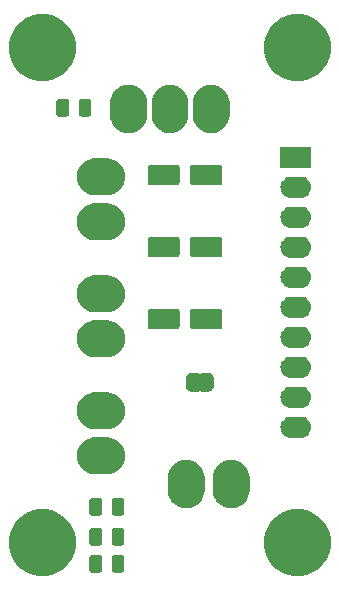
<source format=gbr>
G04 #@! TF.GenerationSoftware,KiCad,Pcbnew,5.1.4-e60b266~84~ubuntu18.04.1*
G04 #@! TF.CreationDate,2019-09-26T21:49:53+08:00*
G04 #@! TF.ProjectId,head,68656164-2e6b-4696-9361-645f70636258,rev?*
G04 #@! TF.SameCoordinates,Original*
G04 #@! TF.FileFunction,Soldermask,Top*
G04 #@! TF.FilePolarity,Negative*
%FSLAX46Y46*%
G04 Gerber Fmt 4.6, Leading zero omitted, Abs format (unit mm)*
G04 Created by KiCad (PCBNEW 5.1.4-e60b266~84~ubuntu18.04.1) date 2019-09-26 21:49:53*
%MOMM*%
%LPD*%
G04 APERTURE LIST*
%ADD10C,1.200000*%
%ADD11C,0.100000*%
G04 APERTURE END LIST*
D10*
X115316000Y-32131000D02*
G75*
G03X115316000Y-32131000I-1905000J0D01*
G01*
X115316000Y-74041000D02*
G75*
G03X115316000Y-74041000I-1905000J0D01*
G01*
X93726000Y-74041000D02*
G75*
G03X93726000Y-74041000I-1905000J0D01*
G01*
X93726000Y-32131000D02*
G75*
G03X93726000Y-32131000I-1905000J0D01*
G01*
D11*
G36*
X114242313Y-71300523D02*
G01*
X114760980Y-71515362D01*
X114853928Y-71577468D01*
X115227769Y-71827260D01*
X115624740Y-72224231D01*
X115833143Y-72536129D01*
X115936638Y-72691020D01*
X116151477Y-73209687D01*
X116261000Y-73760298D01*
X116261000Y-74321702D01*
X116151477Y-74872313D01*
X115936638Y-75390980D01*
X115936637Y-75390981D01*
X115624740Y-75857769D01*
X115227769Y-76254740D01*
X115080296Y-76353278D01*
X114760980Y-76566638D01*
X114242313Y-76781477D01*
X113691702Y-76891000D01*
X113130298Y-76891000D01*
X112579687Y-76781477D01*
X112061020Y-76566638D01*
X111741704Y-76353278D01*
X111594231Y-76254740D01*
X111197260Y-75857769D01*
X110885363Y-75390981D01*
X110885362Y-75390980D01*
X110670523Y-74872313D01*
X110561000Y-74321702D01*
X110561000Y-73760298D01*
X110670523Y-73209687D01*
X110885362Y-72691020D01*
X110988857Y-72536129D01*
X111197260Y-72224231D01*
X111594231Y-71827260D01*
X111968072Y-71577468D01*
X112061020Y-71515362D01*
X112579687Y-71300523D01*
X113130298Y-71191000D01*
X113691702Y-71191000D01*
X114242313Y-71300523D01*
X114242313Y-71300523D01*
G37*
G36*
X92652313Y-71300523D02*
G01*
X93170980Y-71515362D01*
X93263928Y-71577468D01*
X93637769Y-71827260D01*
X94034740Y-72224231D01*
X94243143Y-72536129D01*
X94346638Y-72691020D01*
X94561477Y-73209687D01*
X94671000Y-73760298D01*
X94671000Y-74321702D01*
X94561477Y-74872313D01*
X94346638Y-75390980D01*
X94346637Y-75390981D01*
X94034740Y-75857769D01*
X93637769Y-76254740D01*
X93490296Y-76353278D01*
X93170980Y-76566638D01*
X92652313Y-76781477D01*
X92101702Y-76891000D01*
X91540298Y-76891000D01*
X90989687Y-76781477D01*
X90471020Y-76566638D01*
X90151704Y-76353278D01*
X90004231Y-76254740D01*
X89607260Y-75857769D01*
X89295363Y-75390981D01*
X89295362Y-75390980D01*
X89080523Y-74872313D01*
X88971000Y-74321702D01*
X88971000Y-73760298D01*
X89080523Y-73209687D01*
X89295362Y-72691020D01*
X89398857Y-72536129D01*
X89607260Y-72224231D01*
X90004231Y-71827260D01*
X90378072Y-71577468D01*
X90471020Y-71515362D01*
X90989687Y-71300523D01*
X91540298Y-71191000D01*
X92101702Y-71191000D01*
X92652313Y-71300523D01*
X92652313Y-71300523D01*
G37*
G36*
X98591468Y-75072565D02*
G01*
X98630138Y-75084296D01*
X98665777Y-75103346D01*
X98697017Y-75128983D01*
X98722654Y-75160223D01*
X98741704Y-75195862D01*
X98753435Y-75234532D01*
X98758000Y-75280888D01*
X98758000Y-76357112D01*
X98753435Y-76403468D01*
X98741704Y-76442138D01*
X98722654Y-76477777D01*
X98697017Y-76509017D01*
X98665777Y-76534654D01*
X98630138Y-76553704D01*
X98591468Y-76565435D01*
X98545112Y-76570000D01*
X97893888Y-76570000D01*
X97847532Y-76565435D01*
X97808862Y-76553704D01*
X97773223Y-76534654D01*
X97741983Y-76509017D01*
X97716346Y-76477777D01*
X97697296Y-76442138D01*
X97685565Y-76403468D01*
X97681000Y-76357112D01*
X97681000Y-75280888D01*
X97685565Y-75234532D01*
X97697296Y-75195862D01*
X97716346Y-75160223D01*
X97741983Y-75128983D01*
X97773223Y-75103346D01*
X97808862Y-75084296D01*
X97847532Y-75072565D01*
X97893888Y-75068000D01*
X98545112Y-75068000D01*
X98591468Y-75072565D01*
X98591468Y-75072565D01*
G37*
G36*
X96716468Y-75072565D02*
G01*
X96755138Y-75084296D01*
X96790777Y-75103346D01*
X96822017Y-75128983D01*
X96847654Y-75160223D01*
X96866704Y-75195862D01*
X96878435Y-75234532D01*
X96883000Y-75280888D01*
X96883000Y-76357112D01*
X96878435Y-76403468D01*
X96866704Y-76442138D01*
X96847654Y-76477777D01*
X96822017Y-76509017D01*
X96790777Y-76534654D01*
X96755138Y-76553704D01*
X96716468Y-76565435D01*
X96670112Y-76570000D01*
X96018888Y-76570000D01*
X95972532Y-76565435D01*
X95933862Y-76553704D01*
X95898223Y-76534654D01*
X95866983Y-76509017D01*
X95841346Y-76477777D01*
X95822296Y-76442138D01*
X95810565Y-76403468D01*
X95806000Y-76357112D01*
X95806000Y-75280888D01*
X95810565Y-75234532D01*
X95822296Y-75195862D01*
X95841346Y-75160223D01*
X95866983Y-75128983D01*
X95898223Y-75103346D01*
X95933862Y-75084296D01*
X95972532Y-75072565D01*
X96018888Y-75068000D01*
X96670112Y-75068000D01*
X96716468Y-75072565D01*
X96716468Y-75072565D01*
G37*
G36*
X98591468Y-72786565D02*
G01*
X98630138Y-72798296D01*
X98665777Y-72817346D01*
X98697017Y-72842983D01*
X98722654Y-72874223D01*
X98741704Y-72909862D01*
X98753435Y-72948532D01*
X98758000Y-72994888D01*
X98758000Y-74071112D01*
X98753435Y-74117468D01*
X98741704Y-74156138D01*
X98722654Y-74191777D01*
X98697017Y-74223017D01*
X98665777Y-74248654D01*
X98630138Y-74267704D01*
X98591468Y-74279435D01*
X98545112Y-74284000D01*
X97893888Y-74284000D01*
X97847532Y-74279435D01*
X97808862Y-74267704D01*
X97773223Y-74248654D01*
X97741983Y-74223017D01*
X97716346Y-74191777D01*
X97697296Y-74156138D01*
X97685565Y-74117468D01*
X97681000Y-74071112D01*
X97681000Y-72994888D01*
X97685565Y-72948532D01*
X97697296Y-72909862D01*
X97716346Y-72874223D01*
X97741983Y-72842983D01*
X97773223Y-72817346D01*
X97808862Y-72798296D01*
X97847532Y-72786565D01*
X97893888Y-72782000D01*
X98545112Y-72782000D01*
X98591468Y-72786565D01*
X98591468Y-72786565D01*
G37*
G36*
X96716468Y-72786565D02*
G01*
X96755138Y-72798296D01*
X96790777Y-72817346D01*
X96822017Y-72842983D01*
X96847654Y-72874223D01*
X96866704Y-72909862D01*
X96878435Y-72948532D01*
X96883000Y-72994888D01*
X96883000Y-74071112D01*
X96878435Y-74117468D01*
X96866704Y-74156138D01*
X96847654Y-74191777D01*
X96822017Y-74223017D01*
X96790777Y-74248654D01*
X96755138Y-74267704D01*
X96716468Y-74279435D01*
X96670112Y-74284000D01*
X96018888Y-74284000D01*
X95972532Y-74279435D01*
X95933862Y-74267704D01*
X95898223Y-74248654D01*
X95866983Y-74223017D01*
X95841346Y-74191777D01*
X95822296Y-74156138D01*
X95810565Y-74117468D01*
X95806000Y-74071112D01*
X95806000Y-72994888D01*
X95810565Y-72948532D01*
X95822296Y-72909862D01*
X95841346Y-72874223D01*
X95866983Y-72842983D01*
X95898223Y-72817346D01*
X95933862Y-72798296D01*
X95972532Y-72786565D01*
X96018888Y-72782000D01*
X96670112Y-72782000D01*
X96716468Y-72786565D01*
X96716468Y-72786565D01*
G37*
G36*
X96716468Y-70246565D02*
G01*
X96755138Y-70258296D01*
X96790777Y-70277346D01*
X96822017Y-70302983D01*
X96847654Y-70334223D01*
X96866704Y-70369862D01*
X96878435Y-70408532D01*
X96883000Y-70454888D01*
X96883000Y-71531112D01*
X96878435Y-71577468D01*
X96866704Y-71616138D01*
X96847654Y-71651777D01*
X96822017Y-71683017D01*
X96790777Y-71708654D01*
X96755138Y-71727704D01*
X96716468Y-71739435D01*
X96670112Y-71744000D01*
X96018888Y-71744000D01*
X95972532Y-71739435D01*
X95933862Y-71727704D01*
X95898223Y-71708654D01*
X95866983Y-71683017D01*
X95841346Y-71651777D01*
X95822296Y-71616138D01*
X95810565Y-71577468D01*
X95806000Y-71531112D01*
X95806000Y-70454888D01*
X95810565Y-70408532D01*
X95822296Y-70369862D01*
X95841346Y-70334223D01*
X95866983Y-70302983D01*
X95898223Y-70277346D01*
X95933862Y-70258296D01*
X95972532Y-70246565D01*
X96018888Y-70242000D01*
X96670112Y-70242000D01*
X96716468Y-70246565D01*
X96716468Y-70246565D01*
G37*
G36*
X98591468Y-70246565D02*
G01*
X98630138Y-70258296D01*
X98665777Y-70277346D01*
X98697017Y-70302983D01*
X98722654Y-70334223D01*
X98741704Y-70369862D01*
X98753435Y-70408532D01*
X98758000Y-70454888D01*
X98758000Y-71531112D01*
X98753435Y-71577468D01*
X98741704Y-71616138D01*
X98722654Y-71651777D01*
X98697017Y-71683017D01*
X98665777Y-71708654D01*
X98630138Y-71727704D01*
X98591468Y-71739435D01*
X98545112Y-71744000D01*
X97893888Y-71744000D01*
X97847532Y-71739435D01*
X97808862Y-71727704D01*
X97773223Y-71708654D01*
X97741983Y-71683017D01*
X97716346Y-71651777D01*
X97697296Y-71616138D01*
X97685565Y-71577468D01*
X97681000Y-71531112D01*
X97681000Y-70454888D01*
X97685565Y-70408532D01*
X97697296Y-70369862D01*
X97716346Y-70334223D01*
X97741983Y-70302983D01*
X97773223Y-70277346D01*
X97808862Y-70258296D01*
X97847532Y-70246565D01*
X97893888Y-70242000D01*
X98545112Y-70242000D01*
X98591468Y-70246565D01*
X98591468Y-70246565D01*
G37*
G36*
X108127049Y-67059442D02*
G01*
X108419414Y-67148130D01*
X108419416Y-67148131D01*
X108688858Y-67292150D01*
X108925029Y-67485971D01*
X109118850Y-67722142D01*
X109262869Y-67991584D01*
X109262870Y-67991586D01*
X109351558Y-68283951D01*
X109374000Y-68511810D01*
X109374000Y-69664190D01*
X109351558Y-69892049D01*
X109262870Y-70184413D01*
X109262869Y-70184416D01*
X109118850Y-70453858D01*
X109071749Y-70511250D01*
X108925029Y-70690029D01*
X108724768Y-70854378D01*
X108688856Y-70883850D01*
X108419415Y-71027869D01*
X108419413Y-71027870D01*
X108127048Y-71116558D01*
X107823000Y-71146504D01*
X107518951Y-71116558D01*
X107226586Y-71027870D01*
X107226584Y-71027869D01*
X106957142Y-70883850D01*
X106827426Y-70777395D01*
X106720971Y-70690029D01*
X106556622Y-70489768D01*
X106527150Y-70453856D01*
X106383131Y-70184415D01*
X106383130Y-70184413D01*
X106294442Y-69892048D01*
X106272000Y-69664189D01*
X106272000Y-68511810D01*
X106294442Y-68283951D01*
X106383130Y-67991586D01*
X106527151Y-67722142D01*
X106720972Y-67485971D01*
X106957143Y-67292150D01*
X107226585Y-67148131D01*
X107226587Y-67148130D01*
X107518952Y-67059442D01*
X107823000Y-67029496D01*
X108127049Y-67059442D01*
X108127049Y-67059442D01*
G37*
G36*
X104317049Y-67059442D02*
G01*
X104609414Y-67148130D01*
X104609416Y-67148131D01*
X104878858Y-67292150D01*
X105115029Y-67485971D01*
X105308850Y-67722142D01*
X105452869Y-67991584D01*
X105452870Y-67991586D01*
X105541558Y-68283951D01*
X105564000Y-68511810D01*
X105564000Y-69664190D01*
X105541558Y-69892049D01*
X105452870Y-70184413D01*
X105452869Y-70184416D01*
X105308850Y-70453858D01*
X105261749Y-70511250D01*
X105115029Y-70690029D01*
X104914768Y-70854378D01*
X104878856Y-70883850D01*
X104609415Y-71027869D01*
X104609413Y-71027870D01*
X104317048Y-71116558D01*
X104013000Y-71146504D01*
X103708951Y-71116558D01*
X103416586Y-71027870D01*
X103416584Y-71027869D01*
X103147142Y-70883850D01*
X103017426Y-70777395D01*
X102910971Y-70690029D01*
X102746622Y-70489768D01*
X102717150Y-70453856D01*
X102573131Y-70184415D01*
X102573130Y-70184413D01*
X102484442Y-69892048D01*
X102462000Y-69664189D01*
X102462000Y-68511810D01*
X102484442Y-68283951D01*
X102573130Y-67991586D01*
X102717151Y-67722142D01*
X102910972Y-67485971D01*
X103147143Y-67292150D01*
X103416585Y-67148131D01*
X103416587Y-67148130D01*
X103708952Y-67059442D01*
X104013000Y-67029496D01*
X104317049Y-67059442D01*
X104317049Y-67059442D01*
G37*
G36*
X97426143Y-65131481D02*
G01*
X97578049Y-65146442D01*
X97870414Y-65235130D01*
X97870416Y-65235131D01*
X98139858Y-65379150D01*
X98376029Y-65572971D01*
X98569850Y-65809142D01*
X98713869Y-66078584D01*
X98713870Y-66078586D01*
X98802558Y-66370951D01*
X98832504Y-66675000D01*
X98802558Y-66979049D01*
X98713870Y-67271414D01*
X98713869Y-67271416D01*
X98569850Y-67540858D01*
X98376029Y-67777029D01*
X98139858Y-67970850D01*
X97870416Y-68114869D01*
X97870414Y-68114870D01*
X97578049Y-68203558D01*
X97426143Y-68218519D01*
X97350191Y-68226000D01*
X96197809Y-68226000D01*
X96121857Y-68218519D01*
X95969951Y-68203558D01*
X95677586Y-68114870D01*
X95677584Y-68114869D01*
X95408142Y-67970850D01*
X95171971Y-67777029D01*
X94978150Y-67540858D01*
X94834131Y-67271416D01*
X94834130Y-67271414D01*
X94745442Y-66979049D01*
X94715496Y-66675000D01*
X94745442Y-66370951D01*
X94834130Y-66078586D01*
X94834131Y-66078584D01*
X94978150Y-65809142D01*
X95171971Y-65572971D01*
X95408142Y-65379150D01*
X95677584Y-65235131D01*
X95677586Y-65235130D01*
X95969951Y-65146442D01*
X96121857Y-65131481D01*
X96197809Y-65124000D01*
X97350191Y-65124000D01*
X97426143Y-65131481D01*
X97426143Y-65131481D01*
G37*
G36*
X113794442Y-63367518D02*
G01*
X113860627Y-63374037D01*
X114030466Y-63425557D01*
X114186991Y-63509222D01*
X114222729Y-63538552D01*
X114324186Y-63621814D01*
X114407448Y-63723271D01*
X114436778Y-63759009D01*
X114520443Y-63915534D01*
X114571963Y-64085373D01*
X114589359Y-64262000D01*
X114571963Y-64438627D01*
X114520443Y-64608466D01*
X114436778Y-64764991D01*
X114407448Y-64800729D01*
X114324186Y-64902186D01*
X114222729Y-64985448D01*
X114186991Y-65014778D01*
X114030466Y-65098443D01*
X113860627Y-65149963D01*
X113794443Y-65156481D01*
X113728260Y-65163000D01*
X112839740Y-65163000D01*
X112773557Y-65156481D01*
X112707373Y-65149963D01*
X112537534Y-65098443D01*
X112381009Y-65014778D01*
X112345271Y-64985448D01*
X112243814Y-64902186D01*
X112160552Y-64800729D01*
X112131222Y-64764991D01*
X112047557Y-64608466D01*
X111996037Y-64438627D01*
X111978641Y-64262000D01*
X111996037Y-64085373D01*
X112047557Y-63915534D01*
X112131222Y-63759009D01*
X112160552Y-63723271D01*
X112243814Y-63621814D01*
X112345271Y-63538552D01*
X112381009Y-63509222D01*
X112537534Y-63425557D01*
X112707373Y-63374037D01*
X112773558Y-63367518D01*
X112839740Y-63361000D01*
X113728260Y-63361000D01*
X113794442Y-63367518D01*
X113794442Y-63367518D01*
G37*
G36*
X97426143Y-61321481D02*
G01*
X97578049Y-61336442D01*
X97870414Y-61425130D01*
X97870416Y-61425131D01*
X98139858Y-61569150D01*
X98376029Y-61762971D01*
X98569850Y-61999142D01*
X98606905Y-62068468D01*
X98713870Y-62268586D01*
X98802558Y-62560951D01*
X98832504Y-62865000D01*
X98802558Y-63169049D01*
X98713870Y-63461414D01*
X98713869Y-63461416D01*
X98569850Y-63730858D01*
X98376029Y-63967029D01*
X98139858Y-64160850D01*
X97870416Y-64304869D01*
X97870414Y-64304870D01*
X97578049Y-64393558D01*
X97426143Y-64408519D01*
X97350191Y-64416000D01*
X96197809Y-64416000D01*
X96121857Y-64408519D01*
X95969951Y-64393558D01*
X95677586Y-64304870D01*
X95677584Y-64304869D01*
X95408142Y-64160850D01*
X95171971Y-63967029D01*
X94978150Y-63730858D01*
X94834131Y-63461416D01*
X94834130Y-63461414D01*
X94745442Y-63169049D01*
X94715496Y-62865000D01*
X94745442Y-62560951D01*
X94834130Y-62268586D01*
X94941095Y-62068468D01*
X94978150Y-61999142D01*
X95171971Y-61762971D01*
X95408142Y-61569150D01*
X95677584Y-61425131D01*
X95677586Y-61425130D01*
X95969951Y-61336442D01*
X96121857Y-61321481D01*
X96197809Y-61314000D01*
X97350191Y-61314000D01*
X97426143Y-61321481D01*
X97426143Y-61321481D01*
G37*
G36*
X113794443Y-60827519D02*
G01*
X113860627Y-60834037D01*
X114030466Y-60885557D01*
X114186991Y-60969222D01*
X114222729Y-60998552D01*
X114324186Y-61081814D01*
X114406947Y-61182660D01*
X114436778Y-61219009D01*
X114520443Y-61375534D01*
X114571963Y-61545373D01*
X114589359Y-61722000D01*
X114571963Y-61898627D01*
X114520443Y-62068466D01*
X114436778Y-62224991D01*
X114407448Y-62260729D01*
X114324186Y-62362186D01*
X114222729Y-62445448D01*
X114186991Y-62474778D01*
X114030466Y-62558443D01*
X113860627Y-62609963D01*
X113794442Y-62616482D01*
X113728260Y-62623000D01*
X112839740Y-62623000D01*
X112773558Y-62616482D01*
X112707373Y-62609963D01*
X112537534Y-62558443D01*
X112381009Y-62474778D01*
X112345271Y-62445448D01*
X112243814Y-62362186D01*
X112160552Y-62260729D01*
X112131222Y-62224991D01*
X112047557Y-62068466D01*
X111996037Y-61898627D01*
X111978641Y-61722000D01*
X111996037Y-61545373D01*
X112047557Y-61375534D01*
X112131222Y-61219009D01*
X112161053Y-61182660D01*
X112243814Y-61081814D01*
X112345271Y-60998552D01*
X112381009Y-60969222D01*
X112537534Y-60885557D01*
X112707373Y-60834037D01*
X112773557Y-60827519D01*
X112839740Y-60821000D01*
X113728260Y-60821000D01*
X113794443Y-60827519D01*
X113794443Y-60827519D01*
G37*
G36*
X105015999Y-59651737D02*
G01*
X105025608Y-59654652D01*
X105034472Y-59659390D01*
X105042237Y-59665763D01*
X105052448Y-59678206D01*
X105059378Y-59688575D01*
X105076705Y-59705902D01*
X105097080Y-59719515D01*
X105119720Y-59728891D01*
X105143753Y-59733671D01*
X105168257Y-59733670D01*
X105192290Y-59728888D01*
X105214929Y-59719510D01*
X105235302Y-59705895D01*
X105252629Y-59688568D01*
X105259558Y-59678198D01*
X105269763Y-59665763D01*
X105277528Y-59659390D01*
X105286392Y-59654652D01*
X105296001Y-59651737D01*
X105312140Y-59650148D01*
X105799861Y-59650148D01*
X105818199Y-59651954D01*
X105830450Y-59652556D01*
X105848869Y-59652556D01*
X105871149Y-59654750D01*
X105955233Y-59671476D01*
X105976660Y-59677976D01*
X106055858Y-59710780D01*
X106061303Y-59713691D01*
X106061309Y-59713693D01*
X106070169Y-59718429D01*
X106070173Y-59718432D01*
X106075614Y-59721340D01*
X106146899Y-59768971D01*
X106164204Y-59783172D01*
X106224828Y-59843796D01*
X106239029Y-59861101D01*
X106286660Y-59932386D01*
X106289568Y-59937827D01*
X106289571Y-59937831D01*
X106294307Y-59946691D01*
X106294309Y-59946697D01*
X106297220Y-59952142D01*
X106330024Y-60031340D01*
X106336524Y-60052767D01*
X106353250Y-60136851D01*
X106355444Y-60159131D01*
X106355444Y-60177550D01*
X106356046Y-60189801D01*
X106357852Y-60208139D01*
X106357852Y-60695862D01*
X106356046Y-60714199D01*
X106355444Y-60726450D01*
X106355444Y-60744869D01*
X106353250Y-60767149D01*
X106336524Y-60851233D01*
X106330024Y-60872660D01*
X106297220Y-60951858D01*
X106294309Y-60957303D01*
X106294307Y-60957309D01*
X106289571Y-60966169D01*
X106289568Y-60966173D01*
X106286660Y-60971614D01*
X106239029Y-61042899D01*
X106224828Y-61060204D01*
X106164204Y-61120828D01*
X106146899Y-61135029D01*
X106075614Y-61182660D01*
X106070173Y-61185568D01*
X106070169Y-61185571D01*
X106061309Y-61190307D01*
X106061303Y-61190309D01*
X106055858Y-61193220D01*
X105976660Y-61226024D01*
X105955233Y-61232524D01*
X105871149Y-61249250D01*
X105848869Y-61251444D01*
X105830450Y-61251444D01*
X105818199Y-61252046D01*
X105799862Y-61253852D01*
X105312140Y-61253852D01*
X105296001Y-61252263D01*
X105286392Y-61249348D01*
X105277528Y-61244610D01*
X105269763Y-61238237D01*
X105259552Y-61225794D01*
X105252622Y-61215425D01*
X105235295Y-61198098D01*
X105214920Y-61184485D01*
X105192280Y-61175109D01*
X105168247Y-61170329D01*
X105143743Y-61170330D01*
X105119710Y-61175112D01*
X105097071Y-61184490D01*
X105076698Y-61198105D01*
X105059371Y-61215432D01*
X105052442Y-61225802D01*
X105042237Y-61238237D01*
X105034472Y-61244610D01*
X105025608Y-61249348D01*
X105015999Y-61252263D01*
X104999860Y-61253852D01*
X104512138Y-61253852D01*
X104493801Y-61252046D01*
X104481550Y-61251444D01*
X104463131Y-61251444D01*
X104440851Y-61249250D01*
X104356767Y-61232524D01*
X104335340Y-61226024D01*
X104256142Y-61193220D01*
X104250697Y-61190309D01*
X104250691Y-61190307D01*
X104241831Y-61185571D01*
X104241827Y-61185568D01*
X104236386Y-61182660D01*
X104165101Y-61135029D01*
X104147796Y-61120828D01*
X104087172Y-61060204D01*
X104072971Y-61042899D01*
X104025340Y-60971614D01*
X104022432Y-60966173D01*
X104022429Y-60966169D01*
X104017693Y-60957309D01*
X104017691Y-60957303D01*
X104014780Y-60951858D01*
X103981976Y-60872660D01*
X103975476Y-60851233D01*
X103958750Y-60767149D01*
X103956556Y-60744869D01*
X103956556Y-60726450D01*
X103955954Y-60714199D01*
X103954148Y-60695862D01*
X103954148Y-60208139D01*
X103955954Y-60189801D01*
X103956556Y-60177550D01*
X103956556Y-60159131D01*
X103958750Y-60136851D01*
X103975476Y-60052767D01*
X103981976Y-60031340D01*
X104014780Y-59952142D01*
X104017691Y-59946697D01*
X104017693Y-59946691D01*
X104022429Y-59937831D01*
X104022432Y-59937827D01*
X104025340Y-59932386D01*
X104072971Y-59861101D01*
X104087172Y-59843796D01*
X104147796Y-59783172D01*
X104165101Y-59768971D01*
X104236386Y-59721340D01*
X104241827Y-59718432D01*
X104241831Y-59718429D01*
X104250691Y-59713693D01*
X104250697Y-59713691D01*
X104256142Y-59710780D01*
X104335340Y-59677976D01*
X104356767Y-59671476D01*
X104440851Y-59654750D01*
X104463131Y-59652556D01*
X104481550Y-59652556D01*
X104493801Y-59651954D01*
X104512139Y-59650148D01*
X104999860Y-59650148D01*
X105015999Y-59651737D01*
X105015999Y-59651737D01*
G37*
G36*
X113794442Y-58287518D02*
G01*
X113860627Y-58294037D01*
X114030466Y-58345557D01*
X114186991Y-58429222D01*
X114222729Y-58458552D01*
X114324186Y-58541814D01*
X114407448Y-58643271D01*
X114436778Y-58679009D01*
X114520443Y-58835534D01*
X114571963Y-59005373D01*
X114589359Y-59182000D01*
X114571963Y-59358627D01*
X114520443Y-59528466D01*
X114436778Y-59684991D01*
X114415613Y-59710780D01*
X114324186Y-59822186D01*
X114222729Y-59905448D01*
X114186991Y-59934778D01*
X114030466Y-60018443D01*
X113860627Y-60069963D01*
X113794442Y-60076482D01*
X113728260Y-60083000D01*
X112839740Y-60083000D01*
X112773558Y-60076482D01*
X112707373Y-60069963D01*
X112537534Y-60018443D01*
X112381009Y-59934778D01*
X112345271Y-59905448D01*
X112243814Y-59822186D01*
X112152387Y-59710780D01*
X112131222Y-59684991D01*
X112047557Y-59528466D01*
X111996037Y-59358627D01*
X111978641Y-59182000D01*
X111996037Y-59005373D01*
X112047557Y-58835534D01*
X112131222Y-58679009D01*
X112160552Y-58643271D01*
X112243814Y-58541814D01*
X112345271Y-58458552D01*
X112381009Y-58429222D01*
X112537534Y-58345557D01*
X112707373Y-58294037D01*
X112773558Y-58287518D01*
X112839740Y-58281000D01*
X113728260Y-58281000D01*
X113794442Y-58287518D01*
X113794442Y-58287518D01*
G37*
G36*
X97426143Y-55225481D02*
G01*
X97578049Y-55240442D01*
X97870414Y-55329130D01*
X97870416Y-55329131D01*
X98139858Y-55473150D01*
X98376029Y-55666971D01*
X98569850Y-55903142D01*
X98695923Y-56139009D01*
X98713870Y-56172586D01*
X98802558Y-56464951D01*
X98832504Y-56769000D01*
X98802558Y-57073049D01*
X98713870Y-57365414D01*
X98713869Y-57365416D01*
X98569850Y-57634858D01*
X98376029Y-57871029D01*
X98139858Y-58064850D01*
X97870416Y-58208869D01*
X97870414Y-58208870D01*
X97578049Y-58297558D01*
X97426143Y-58312519D01*
X97350191Y-58320000D01*
X96197809Y-58320000D01*
X96121857Y-58312519D01*
X95969951Y-58297558D01*
X95677586Y-58208870D01*
X95677584Y-58208869D01*
X95408142Y-58064850D01*
X95171971Y-57871029D01*
X94978150Y-57634858D01*
X94834131Y-57365416D01*
X94834130Y-57365414D01*
X94745442Y-57073049D01*
X94715496Y-56769000D01*
X94745442Y-56464951D01*
X94834130Y-56172586D01*
X94852077Y-56139009D01*
X94978150Y-55903142D01*
X95171971Y-55666971D01*
X95408142Y-55473150D01*
X95677584Y-55329131D01*
X95677586Y-55329130D01*
X95969951Y-55240442D01*
X96121857Y-55225481D01*
X96197809Y-55218000D01*
X97350191Y-55218000D01*
X97426143Y-55225481D01*
X97426143Y-55225481D01*
G37*
G36*
X113794442Y-55747518D02*
G01*
X113860627Y-55754037D01*
X114030466Y-55805557D01*
X114186991Y-55889222D01*
X114189290Y-55891109D01*
X114324186Y-56001814D01*
X114407448Y-56103271D01*
X114436778Y-56139009D01*
X114520443Y-56295534D01*
X114571963Y-56465373D01*
X114589359Y-56642000D01*
X114571963Y-56818627D01*
X114520443Y-56988466D01*
X114436778Y-57144991D01*
X114407448Y-57180729D01*
X114324186Y-57282186D01*
X114222771Y-57365414D01*
X114186991Y-57394778D01*
X114030466Y-57478443D01*
X113860627Y-57529963D01*
X113794442Y-57536482D01*
X113728260Y-57543000D01*
X112839740Y-57543000D01*
X112773558Y-57536482D01*
X112707373Y-57529963D01*
X112537534Y-57478443D01*
X112381009Y-57394778D01*
X112345229Y-57365414D01*
X112243814Y-57282186D01*
X112160552Y-57180729D01*
X112131222Y-57144991D01*
X112047557Y-56988466D01*
X111996037Y-56818627D01*
X111978641Y-56642000D01*
X111996037Y-56465373D01*
X112047557Y-56295534D01*
X112131222Y-56139009D01*
X112160552Y-56103271D01*
X112243814Y-56001814D01*
X112378710Y-55891109D01*
X112381009Y-55889222D01*
X112537534Y-55805557D01*
X112707373Y-55754037D01*
X112773558Y-55747518D01*
X112839740Y-55741000D01*
X113728260Y-55741000D01*
X113794442Y-55747518D01*
X113794442Y-55747518D01*
G37*
G36*
X106891997Y-54271051D02*
G01*
X106925652Y-54281261D01*
X106956665Y-54297838D01*
X106983851Y-54320149D01*
X107006162Y-54347335D01*
X107022739Y-54378348D01*
X107032949Y-54412003D01*
X107037000Y-54453138D01*
X107037000Y-55782862D01*
X107032949Y-55823997D01*
X107022739Y-55857652D01*
X107006162Y-55888665D01*
X106983851Y-55915851D01*
X106956665Y-55938162D01*
X106925652Y-55954739D01*
X106891997Y-55964949D01*
X106850862Y-55969000D01*
X104521138Y-55969000D01*
X104480003Y-55964949D01*
X104446348Y-55954739D01*
X104415335Y-55938162D01*
X104388149Y-55915851D01*
X104365838Y-55888665D01*
X104349261Y-55857652D01*
X104339051Y-55823997D01*
X104335000Y-55782862D01*
X104335000Y-54453138D01*
X104339051Y-54412003D01*
X104349261Y-54378348D01*
X104365838Y-54347335D01*
X104388149Y-54320149D01*
X104415335Y-54297838D01*
X104446348Y-54281261D01*
X104480003Y-54271051D01*
X104521138Y-54267000D01*
X106850862Y-54267000D01*
X106891997Y-54271051D01*
X106891997Y-54271051D01*
G37*
G36*
X103291997Y-54271051D02*
G01*
X103325652Y-54281261D01*
X103356665Y-54297838D01*
X103383851Y-54320149D01*
X103406162Y-54347335D01*
X103422739Y-54378348D01*
X103432949Y-54412003D01*
X103437000Y-54453138D01*
X103437000Y-55782862D01*
X103432949Y-55823997D01*
X103422739Y-55857652D01*
X103406162Y-55888665D01*
X103383851Y-55915851D01*
X103356665Y-55938162D01*
X103325652Y-55954739D01*
X103291997Y-55964949D01*
X103250862Y-55969000D01*
X100921138Y-55969000D01*
X100880003Y-55964949D01*
X100846348Y-55954739D01*
X100815335Y-55938162D01*
X100788149Y-55915851D01*
X100765838Y-55888665D01*
X100749261Y-55857652D01*
X100739051Y-55823997D01*
X100735000Y-55782862D01*
X100735000Y-54453138D01*
X100739051Y-54412003D01*
X100749261Y-54378348D01*
X100765838Y-54347335D01*
X100788149Y-54320149D01*
X100815335Y-54297838D01*
X100846348Y-54281261D01*
X100880003Y-54271051D01*
X100921138Y-54267000D01*
X103250862Y-54267000D01*
X103291997Y-54271051D01*
X103291997Y-54271051D01*
G37*
G36*
X113794442Y-53207518D02*
G01*
X113860627Y-53214037D01*
X114030466Y-53265557D01*
X114186991Y-53349222D01*
X114222729Y-53378552D01*
X114324186Y-53461814D01*
X114401000Y-53555414D01*
X114436778Y-53599009D01*
X114520443Y-53755534D01*
X114571963Y-53925373D01*
X114589359Y-54102000D01*
X114571963Y-54278627D01*
X114520443Y-54448466D01*
X114436778Y-54604991D01*
X114407448Y-54640729D01*
X114324186Y-54742186D01*
X114222729Y-54825448D01*
X114186991Y-54854778D01*
X114030466Y-54938443D01*
X113860627Y-54989963D01*
X113794443Y-54996481D01*
X113728260Y-55003000D01*
X112839740Y-55003000D01*
X112773557Y-54996481D01*
X112707373Y-54989963D01*
X112537534Y-54938443D01*
X112381009Y-54854778D01*
X112345271Y-54825448D01*
X112243814Y-54742186D01*
X112160552Y-54640729D01*
X112131222Y-54604991D01*
X112047557Y-54448466D01*
X111996037Y-54278627D01*
X111978641Y-54102000D01*
X111996037Y-53925373D01*
X112047557Y-53755534D01*
X112131222Y-53599009D01*
X112167000Y-53555414D01*
X112243814Y-53461814D01*
X112345271Y-53378552D01*
X112381009Y-53349222D01*
X112537534Y-53265557D01*
X112707373Y-53214037D01*
X112773558Y-53207518D01*
X112839740Y-53201000D01*
X113728260Y-53201000D01*
X113794442Y-53207518D01*
X113794442Y-53207518D01*
G37*
G36*
X97426143Y-51415481D02*
G01*
X97578049Y-51430442D01*
X97870414Y-51519130D01*
X97870416Y-51519131D01*
X98139858Y-51663150D01*
X98376029Y-51856971D01*
X98569850Y-52093142D01*
X98688316Y-52314778D01*
X98713870Y-52362586D01*
X98802558Y-52654951D01*
X98832504Y-52959000D01*
X98802558Y-53263049D01*
X98713870Y-53555414D01*
X98713869Y-53555416D01*
X98569850Y-53824858D01*
X98376029Y-54061029D01*
X98139858Y-54254850D01*
X97870416Y-54398869D01*
X97870414Y-54398870D01*
X97578049Y-54487558D01*
X97426143Y-54502519D01*
X97350191Y-54510000D01*
X96197809Y-54510000D01*
X96121857Y-54502519D01*
X95969951Y-54487558D01*
X95677586Y-54398870D01*
X95677584Y-54398869D01*
X95408142Y-54254850D01*
X95171971Y-54061029D01*
X94978150Y-53824858D01*
X94834131Y-53555416D01*
X94834130Y-53555414D01*
X94745442Y-53263049D01*
X94715496Y-52959000D01*
X94745442Y-52654951D01*
X94834130Y-52362586D01*
X94859684Y-52314778D01*
X94978150Y-52093142D01*
X95171971Y-51856971D01*
X95408142Y-51663150D01*
X95677584Y-51519131D01*
X95677586Y-51519130D01*
X95969951Y-51430442D01*
X96121857Y-51415481D01*
X96197809Y-51408000D01*
X97350191Y-51408000D01*
X97426143Y-51415481D01*
X97426143Y-51415481D01*
G37*
G36*
X113794442Y-50667518D02*
G01*
X113860627Y-50674037D01*
X114030466Y-50725557D01*
X114186991Y-50809222D01*
X114222729Y-50838552D01*
X114324186Y-50921814D01*
X114407448Y-51023271D01*
X114436778Y-51059009D01*
X114520443Y-51215534D01*
X114571963Y-51385373D01*
X114589359Y-51562000D01*
X114571963Y-51738627D01*
X114520443Y-51908466D01*
X114436778Y-52064991D01*
X114413675Y-52093142D01*
X114324186Y-52202186D01*
X114222729Y-52285448D01*
X114186991Y-52314778D01*
X114030466Y-52398443D01*
X113860627Y-52449963D01*
X113794443Y-52456481D01*
X113728260Y-52463000D01*
X112839740Y-52463000D01*
X112773557Y-52456481D01*
X112707373Y-52449963D01*
X112537534Y-52398443D01*
X112381009Y-52314778D01*
X112345271Y-52285448D01*
X112243814Y-52202186D01*
X112154325Y-52093142D01*
X112131222Y-52064991D01*
X112047557Y-51908466D01*
X111996037Y-51738627D01*
X111978641Y-51562000D01*
X111996037Y-51385373D01*
X112047557Y-51215534D01*
X112131222Y-51059009D01*
X112160552Y-51023271D01*
X112243814Y-50921814D01*
X112345271Y-50838552D01*
X112381009Y-50809222D01*
X112537534Y-50725557D01*
X112707373Y-50674037D01*
X112773558Y-50667518D01*
X112839740Y-50661000D01*
X113728260Y-50661000D01*
X113794442Y-50667518D01*
X113794442Y-50667518D01*
G37*
G36*
X113794443Y-48127519D02*
G01*
X113860627Y-48134037D01*
X114030466Y-48185557D01*
X114186991Y-48269222D01*
X114202985Y-48282348D01*
X114324186Y-48381814D01*
X114407448Y-48483271D01*
X114436778Y-48519009D01*
X114520443Y-48675534D01*
X114571963Y-48845373D01*
X114589359Y-49022000D01*
X114571963Y-49198627D01*
X114520443Y-49368466D01*
X114436778Y-49524991D01*
X114407448Y-49560729D01*
X114324186Y-49662186D01*
X114222729Y-49745448D01*
X114186991Y-49774778D01*
X114030466Y-49858443D01*
X113860627Y-49909963D01*
X113794443Y-49916481D01*
X113728260Y-49923000D01*
X112839740Y-49923000D01*
X112773557Y-49916481D01*
X112707373Y-49909963D01*
X112537534Y-49858443D01*
X112381009Y-49774778D01*
X112345271Y-49745448D01*
X112243814Y-49662186D01*
X112160552Y-49560729D01*
X112131222Y-49524991D01*
X112047557Y-49368466D01*
X111996037Y-49198627D01*
X111978641Y-49022000D01*
X111996037Y-48845373D01*
X112047557Y-48675534D01*
X112131222Y-48519009D01*
X112160552Y-48483271D01*
X112243814Y-48381814D01*
X112365015Y-48282348D01*
X112381009Y-48269222D01*
X112537534Y-48185557D01*
X112707373Y-48134037D01*
X112773558Y-48127518D01*
X112839740Y-48121000D01*
X113728260Y-48121000D01*
X113794443Y-48127519D01*
X113794443Y-48127519D01*
G37*
G36*
X103291997Y-48175051D02*
G01*
X103325652Y-48185261D01*
X103356665Y-48201838D01*
X103383851Y-48224149D01*
X103406162Y-48251335D01*
X103422739Y-48282348D01*
X103432949Y-48316003D01*
X103437000Y-48357138D01*
X103437000Y-49686862D01*
X103432949Y-49727997D01*
X103422739Y-49761652D01*
X103406162Y-49792665D01*
X103383851Y-49819851D01*
X103356665Y-49842162D01*
X103325652Y-49858739D01*
X103291997Y-49868949D01*
X103250862Y-49873000D01*
X100921138Y-49873000D01*
X100880003Y-49868949D01*
X100846348Y-49858739D01*
X100815335Y-49842162D01*
X100788149Y-49819851D01*
X100765838Y-49792665D01*
X100749261Y-49761652D01*
X100739051Y-49727997D01*
X100735000Y-49686862D01*
X100735000Y-48357138D01*
X100739051Y-48316003D01*
X100749261Y-48282348D01*
X100765838Y-48251335D01*
X100788149Y-48224149D01*
X100815335Y-48201838D01*
X100846348Y-48185261D01*
X100880003Y-48175051D01*
X100921138Y-48171000D01*
X103250862Y-48171000D01*
X103291997Y-48175051D01*
X103291997Y-48175051D01*
G37*
G36*
X106891997Y-48175051D02*
G01*
X106925652Y-48185261D01*
X106956665Y-48201838D01*
X106983851Y-48224149D01*
X107006162Y-48251335D01*
X107022739Y-48282348D01*
X107032949Y-48316003D01*
X107037000Y-48357138D01*
X107037000Y-49686862D01*
X107032949Y-49727997D01*
X107022739Y-49761652D01*
X107006162Y-49792665D01*
X106983851Y-49819851D01*
X106956665Y-49842162D01*
X106925652Y-49858739D01*
X106891997Y-49868949D01*
X106850862Y-49873000D01*
X104521138Y-49873000D01*
X104480003Y-49868949D01*
X104446348Y-49858739D01*
X104415335Y-49842162D01*
X104388149Y-49819851D01*
X104365838Y-49792665D01*
X104349261Y-49761652D01*
X104339051Y-49727997D01*
X104335000Y-49686862D01*
X104335000Y-48357138D01*
X104339051Y-48316003D01*
X104349261Y-48282348D01*
X104365838Y-48251335D01*
X104388149Y-48224149D01*
X104415335Y-48201838D01*
X104446348Y-48185261D01*
X104480003Y-48175051D01*
X104521138Y-48171000D01*
X106850862Y-48171000D01*
X106891997Y-48175051D01*
X106891997Y-48175051D01*
G37*
G36*
X97426143Y-45319481D02*
G01*
X97578049Y-45334442D01*
X97870414Y-45423130D01*
X97870416Y-45423131D01*
X98139858Y-45567150D01*
X98376029Y-45760971D01*
X98569850Y-45997142D01*
X98713869Y-46266584D01*
X98713870Y-46266586D01*
X98802558Y-46558951D01*
X98832504Y-46863000D01*
X98802558Y-47167049D01*
X98713870Y-47459414D01*
X98713869Y-47459416D01*
X98569850Y-47728858D01*
X98376029Y-47965029D01*
X98139858Y-48158850D01*
X97870416Y-48302869D01*
X97870414Y-48302870D01*
X97578049Y-48391558D01*
X97426143Y-48406519D01*
X97350191Y-48414000D01*
X96197809Y-48414000D01*
X96121857Y-48406519D01*
X95969951Y-48391558D01*
X95677586Y-48302870D01*
X95677584Y-48302869D01*
X95408142Y-48158850D01*
X95171971Y-47965029D01*
X94978150Y-47728858D01*
X94834131Y-47459416D01*
X94834130Y-47459414D01*
X94745442Y-47167049D01*
X94715496Y-46863000D01*
X94745442Y-46558951D01*
X94834130Y-46266586D01*
X94834131Y-46266584D01*
X94978150Y-45997142D01*
X95171971Y-45760971D01*
X95408142Y-45567150D01*
X95677584Y-45423131D01*
X95677586Y-45423130D01*
X95969951Y-45334442D01*
X96121857Y-45319481D01*
X96197809Y-45312000D01*
X97350191Y-45312000D01*
X97426143Y-45319481D01*
X97426143Y-45319481D01*
G37*
G36*
X113794442Y-45587518D02*
G01*
X113860627Y-45594037D01*
X114030466Y-45645557D01*
X114186991Y-45729222D01*
X114222729Y-45758552D01*
X114324186Y-45841814D01*
X114407448Y-45943271D01*
X114436778Y-45979009D01*
X114520443Y-46135534D01*
X114571963Y-46305373D01*
X114589359Y-46482000D01*
X114571963Y-46658627D01*
X114520443Y-46828466D01*
X114436778Y-46984991D01*
X114407448Y-47020729D01*
X114324186Y-47122186D01*
X114222729Y-47205448D01*
X114186991Y-47234778D01*
X114030466Y-47318443D01*
X113860627Y-47369963D01*
X113794442Y-47376482D01*
X113728260Y-47383000D01*
X112839740Y-47383000D01*
X112773557Y-47376481D01*
X112707373Y-47369963D01*
X112537534Y-47318443D01*
X112381009Y-47234778D01*
X112345271Y-47205448D01*
X112243814Y-47122186D01*
X112160552Y-47020729D01*
X112131222Y-46984991D01*
X112047557Y-46828466D01*
X111996037Y-46658627D01*
X111978641Y-46482000D01*
X111996037Y-46305373D01*
X112047557Y-46135534D01*
X112131222Y-45979009D01*
X112160552Y-45943271D01*
X112243814Y-45841814D01*
X112345271Y-45758552D01*
X112381009Y-45729222D01*
X112537534Y-45645557D01*
X112707373Y-45594037D01*
X112773558Y-45587518D01*
X112839740Y-45581000D01*
X113728260Y-45581000D01*
X113794442Y-45587518D01*
X113794442Y-45587518D01*
G37*
G36*
X113794442Y-43047518D02*
G01*
X113860627Y-43054037D01*
X114030466Y-43105557D01*
X114186991Y-43189222D01*
X114222729Y-43218552D01*
X114324186Y-43301814D01*
X114407448Y-43403271D01*
X114436778Y-43439009D01*
X114520443Y-43595534D01*
X114571963Y-43765373D01*
X114589359Y-43942000D01*
X114571963Y-44118627D01*
X114520443Y-44288466D01*
X114436778Y-44444991D01*
X114407448Y-44480729D01*
X114324186Y-44582186D01*
X114222729Y-44665448D01*
X114186991Y-44694778D01*
X114030466Y-44778443D01*
X113860627Y-44829963D01*
X113794442Y-44836482D01*
X113728260Y-44843000D01*
X112839740Y-44843000D01*
X112773558Y-44836482D01*
X112707373Y-44829963D01*
X112537534Y-44778443D01*
X112381009Y-44694778D01*
X112345271Y-44665448D01*
X112243814Y-44582186D01*
X112160552Y-44480729D01*
X112131222Y-44444991D01*
X112047557Y-44288466D01*
X111996037Y-44118627D01*
X111978641Y-43942000D01*
X111996037Y-43765373D01*
X112047557Y-43595534D01*
X112131222Y-43439009D01*
X112160552Y-43403271D01*
X112243814Y-43301814D01*
X112345271Y-43218552D01*
X112381009Y-43189222D01*
X112537534Y-43105557D01*
X112707373Y-43054037D01*
X112773557Y-43047519D01*
X112839740Y-43041000D01*
X113728260Y-43041000D01*
X113794442Y-43047518D01*
X113794442Y-43047518D01*
G37*
G36*
X97426143Y-41509481D02*
G01*
X97578049Y-41524442D01*
X97870414Y-41613130D01*
X97870416Y-41613131D01*
X98139858Y-41757150D01*
X98376029Y-41950971D01*
X98569850Y-42187142D01*
X98713869Y-42456584D01*
X98713870Y-42456586D01*
X98802558Y-42748951D01*
X98832504Y-43053000D01*
X98802558Y-43357049D01*
X98719153Y-43631997D01*
X98713869Y-43649416D01*
X98569850Y-43918858D01*
X98376029Y-44155029D01*
X98139858Y-44348850D01*
X97870416Y-44492869D01*
X97870414Y-44492870D01*
X97578049Y-44581558D01*
X97426143Y-44596519D01*
X97350191Y-44604000D01*
X96197809Y-44604000D01*
X96121857Y-44596519D01*
X95969951Y-44581558D01*
X95677586Y-44492870D01*
X95677584Y-44492869D01*
X95408142Y-44348850D01*
X95171971Y-44155029D01*
X94978150Y-43918858D01*
X94834131Y-43649416D01*
X94828847Y-43631997D01*
X94745442Y-43357049D01*
X94715496Y-43053000D01*
X94745442Y-42748951D01*
X94834130Y-42456586D01*
X94834131Y-42456584D01*
X94978150Y-42187142D01*
X95171971Y-41950971D01*
X95408142Y-41757150D01*
X95677584Y-41613131D01*
X95677586Y-41613130D01*
X95969951Y-41524442D01*
X96121857Y-41509481D01*
X96197809Y-41502000D01*
X97350191Y-41502000D01*
X97426143Y-41509481D01*
X97426143Y-41509481D01*
G37*
G36*
X106891997Y-42079051D02*
G01*
X106925652Y-42089261D01*
X106956665Y-42105838D01*
X106983851Y-42128149D01*
X107006162Y-42155335D01*
X107022739Y-42186348D01*
X107032949Y-42220003D01*
X107037000Y-42261138D01*
X107037000Y-43590862D01*
X107032949Y-43631997D01*
X107022739Y-43665652D01*
X107006162Y-43696665D01*
X106983851Y-43723851D01*
X106956665Y-43746162D01*
X106925652Y-43762739D01*
X106891997Y-43772949D01*
X106850862Y-43777000D01*
X104521138Y-43777000D01*
X104480003Y-43772949D01*
X104446348Y-43762739D01*
X104415335Y-43746162D01*
X104388149Y-43723851D01*
X104365838Y-43696665D01*
X104349261Y-43665652D01*
X104339051Y-43631997D01*
X104335000Y-43590862D01*
X104335000Y-42261138D01*
X104339051Y-42220003D01*
X104349261Y-42186348D01*
X104365838Y-42155335D01*
X104388149Y-42128149D01*
X104415335Y-42105838D01*
X104446348Y-42089261D01*
X104480003Y-42079051D01*
X104521138Y-42075000D01*
X106850862Y-42075000D01*
X106891997Y-42079051D01*
X106891997Y-42079051D01*
G37*
G36*
X103291997Y-42079051D02*
G01*
X103325652Y-42089261D01*
X103356665Y-42105838D01*
X103383851Y-42128149D01*
X103406162Y-42155335D01*
X103422739Y-42186348D01*
X103432949Y-42220003D01*
X103437000Y-42261138D01*
X103437000Y-43590862D01*
X103432949Y-43631997D01*
X103422739Y-43665652D01*
X103406162Y-43696665D01*
X103383851Y-43723851D01*
X103356665Y-43746162D01*
X103325652Y-43762739D01*
X103291997Y-43772949D01*
X103250862Y-43777000D01*
X100921138Y-43777000D01*
X100880003Y-43772949D01*
X100846348Y-43762739D01*
X100815335Y-43746162D01*
X100788149Y-43723851D01*
X100765838Y-43696665D01*
X100749261Y-43665652D01*
X100739051Y-43631997D01*
X100735000Y-43590862D01*
X100735000Y-42261138D01*
X100739051Y-42220003D01*
X100749261Y-42186348D01*
X100765838Y-42155335D01*
X100788149Y-42128149D01*
X100815335Y-42105838D01*
X100846348Y-42089261D01*
X100880003Y-42079051D01*
X100921138Y-42075000D01*
X103250862Y-42075000D01*
X103291997Y-42079051D01*
X103291997Y-42079051D01*
G37*
G36*
X114585000Y-42303000D02*
G01*
X111983000Y-42303000D01*
X111983000Y-40501000D01*
X114585000Y-40501000D01*
X114585000Y-42303000D01*
X114585000Y-42303000D01*
G37*
G36*
X99420048Y-35309442D02*
G01*
X99712413Y-35398130D01*
X99712415Y-35398131D01*
X99981856Y-35542150D01*
X99981858Y-35542151D01*
X99981857Y-35542151D01*
X100218029Y-35735971D01*
X100305395Y-35842426D01*
X100411850Y-35972142D01*
X100555869Y-36241584D01*
X100555870Y-36241586D01*
X100644558Y-36533951D01*
X100667000Y-36761810D01*
X100667000Y-37914190D01*
X100644558Y-38142049D01*
X100555870Y-38434414D01*
X100555869Y-38434416D01*
X100411850Y-38703858D01*
X100218029Y-38940029D01*
X99981858Y-39133850D01*
X99712416Y-39277869D01*
X99712414Y-39277870D01*
X99420049Y-39366558D01*
X99116000Y-39396504D01*
X98811952Y-39366558D01*
X98519587Y-39277870D01*
X98519585Y-39277869D01*
X98250143Y-39133850D01*
X98013972Y-38940029D01*
X97820151Y-38703858D01*
X97676130Y-38434414D01*
X97587442Y-38142049D01*
X97565000Y-37914190D01*
X97565000Y-36761811D01*
X97587442Y-36533952D01*
X97676130Y-36241587D01*
X97820151Y-35972143D01*
X98013971Y-35735971D01*
X98120426Y-35648605D01*
X98250142Y-35542150D01*
X98519584Y-35398131D01*
X98519586Y-35398130D01*
X98811951Y-35309442D01*
X99116000Y-35279496D01*
X99420048Y-35309442D01*
X99420048Y-35309442D01*
G37*
G36*
X106420048Y-35309442D02*
G01*
X106712413Y-35398130D01*
X106712415Y-35398131D01*
X106981856Y-35542150D01*
X106981858Y-35542151D01*
X106981857Y-35542151D01*
X107218029Y-35735971D01*
X107305395Y-35842426D01*
X107411850Y-35972142D01*
X107555869Y-36241584D01*
X107555870Y-36241586D01*
X107644558Y-36533951D01*
X107667000Y-36761810D01*
X107667000Y-37914190D01*
X107644558Y-38142049D01*
X107555870Y-38434414D01*
X107555869Y-38434416D01*
X107411850Y-38703858D01*
X107218029Y-38940029D01*
X106981858Y-39133850D01*
X106712416Y-39277869D01*
X106712414Y-39277870D01*
X106420049Y-39366558D01*
X106116000Y-39396504D01*
X105811952Y-39366558D01*
X105519587Y-39277870D01*
X105519585Y-39277869D01*
X105250143Y-39133850D01*
X105013972Y-38940029D01*
X104820151Y-38703858D01*
X104676130Y-38434414D01*
X104587442Y-38142049D01*
X104565000Y-37914190D01*
X104565000Y-36761811D01*
X104587442Y-36533952D01*
X104676130Y-36241587D01*
X104820151Y-35972143D01*
X105013971Y-35735971D01*
X105120426Y-35648605D01*
X105250142Y-35542150D01*
X105519584Y-35398131D01*
X105519586Y-35398130D01*
X105811951Y-35309442D01*
X106116000Y-35279496D01*
X106420048Y-35309442D01*
X106420048Y-35309442D01*
G37*
G36*
X102920048Y-35309442D02*
G01*
X103212413Y-35398130D01*
X103212415Y-35398131D01*
X103481856Y-35542150D01*
X103481858Y-35542151D01*
X103481857Y-35542151D01*
X103718029Y-35735971D01*
X103805395Y-35842426D01*
X103911850Y-35972142D01*
X104055869Y-36241584D01*
X104055870Y-36241586D01*
X104144558Y-36533951D01*
X104167000Y-36761810D01*
X104167000Y-37914190D01*
X104144558Y-38142049D01*
X104055870Y-38434414D01*
X104055869Y-38434416D01*
X103911850Y-38703858D01*
X103718029Y-38940029D01*
X103481858Y-39133850D01*
X103212416Y-39277869D01*
X103212414Y-39277870D01*
X102920049Y-39366558D01*
X102616000Y-39396504D01*
X102311952Y-39366558D01*
X102019587Y-39277870D01*
X102019585Y-39277869D01*
X101750143Y-39133850D01*
X101513972Y-38940029D01*
X101320151Y-38703858D01*
X101176130Y-38434414D01*
X101087442Y-38142049D01*
X101065000Y-37914190D01*
X101065000Y-36761811D01*
X101087442Y-36533952D01*
X101176130Y-36241587D01*
X101320151Y-35972143D01*
X101513971Y-35735971D01*
X101620426Y-35648605D01*
X101750142Y-35542150D01*
X102019584Y-35398131D01*
X102019586Y-35398130D01*
X102311951Y-35309442D01*
X102616000Y-35279496D01*
X102920048Y-35309442D01*
X102920048Y-35309442D01*
G37*
G36*
X95797468Y-36464565D02*
G01*
X95836138Y-36476296D01*
X95871777Y-36495346D01*
X95903017Y-36520983D01*
X95928654Y-36552223D01*
X95947704Y-36587862D01*
X95959435Y-36626532D01*
X95964000Y-36672888D01*
X95964000Y-37749112D01*
X95959435Y-37795468D01*
X95947704Y-37834138D01*
X95928654Y-37869777D01*
X95903017Y-37901017D01*
X95871777Y-37926654D01*
X95836138Y-37945704D01*
X95797468Y-37957435D01*
X95751112Y-37962000D01*
X95099888Y-37962000D01*
X95053532Y-37957435D01*
X95014862Y-37945704D01*
X94979223Y-37926654D01*
X94947983Y-37901017D01*
X94922346Y-37869777D01*
X94903296Y-37834138D01*
X94891565Y-37795468D01*
X94887000Y-37749112D01*
X94887000Y-36672888D01*
X94891565Y-36626532D01*
X94903296Y-36587862D01*
X94922346Y-36552223D01*
X94947983Y-36520983D01*
X94979223Y-36495346D01*
X95014862Y-36476296D01*
X95053532Y-36464565D01*
X95099888Y-36460000D01*
X95751112Y-36460000D01*
X95797468Y-36464565D01*
X95797468Y-36464565D01*
G37*
G36*
X93922468Y-36464565D02*
G01*
X93961138Y-36476296D01*
X93996777Y-36495346D01*
X94028017Y-36520983D01*
X94053654Y-36552223D01*
X94072704Y-36587862D01*
X94084435Y-36626532D01*
X94089000Y-36672888D01*
X94089000Y-37749112D01*
X94084435Y-37795468D01*
X94072704Y-37834138D01*
X94053654Y-37869777D01*
X94028017Y-37901017D01*
X93996777Y-37926654D01*
X93961138Y-37945704D01*
X93922468Y-37957435D01*
X93876112Y-37962000D01*
X93224888Y-37962000D01*
X93178532Y-37957435D01*
X93139862Y-37945704D01*
X93104223Y-37926654D01*
X93072983Y-37901017D01*
X93047346Y-37869777D01*
X93028296Y-37834138D01*
X93016565Y-37795468D01*
X93012000Y-37749112D01*
X93012000Y-36672888D01*
X93016565Y-36626532D01*
X93028296Y-36587862D01*
X93047346Y-36552223D01*
X93072983Y-36520983D01*
X93104223Y-36495346D01*
X93139862Y-36476296D01*
X93178532Y-36464565D01*
X93224888Y-36460000D01*
X93876112Y-36460000D01*
X93922468Y-36464565D01*
X93922468Y-36464565D01*
G37*
G36*
X92652313Y-29390523D02*
G01*
X93170980Y-29605362D01*
X93170981Y-29605363D01*
X93637769Y-29917260D01*
X94034740Y-30314231D01*
X94243143Y-30626129D01*
X94346638Y-30781020D01*
X94561477Y-31299687D01*
X94671000Y-31850298D01*
X94671000Y-32411702D01*
X94561477Y-32962313D01*
X94346638Y-33480980D01*
X94346637Y-33480981D01*
X94034740Y-33947769D01*
X93637769Y-34344740D01*
X93325871Y-34553143D01*
X93170980Y-34656638D01*
X92652313Y-34871477D01*
X92101702Y-34981000D01*
X91540298Y-34981000D01*
X90989687Y-34871477D01*
X90471020Y-34656638D01*
X90316129Y-34553143D01*
X90004231Y-34344740D01*
X89607260Y-33947769D01*
X89295363Y-33480981D01*
X89295362Y-33480980D01*
X89080523Y-32962313D01*
X88971000Y-32411702D01*
X88971000Y-31850298D01*
X89080523Y-31299687D01*
X89295362Y-30781020D01*
X89398857Y-30626129D01*
X89607260Y-30314231D01*
X90004231Y-29917260D01*
X90471019Y-29605363D01*
X90471020Y-29605362D01*
X90989687Y-29390523D01*
X91540298Y-29281000D01*
X92101702Y-29281000D01*
X92652313Y-29390523D01*
X92652313Y-29390523D01*
G37*
G36*
X114242313Y-29390523D02*
G01*
X114760980Y-29605362D01*
X114760981Y-29605363D01*
X115227769Y-29917260D01*
X115624740Y-30314231D01*
X115833143Y-30626129D01*
X115936638Y-30781020D01*
X116151477Y-31299687D01*
X116261000Y-31850298D01*
X116261000Y-32411702D01*
X116151477Y-32962313D01*
X115936638Y-33480980D01*
X115936637Y-33480981D01*
X115624740Y-33947769D01*
X115227769Y-34344740D01*
X114915871Y-34553143D01*
X114760980Y-34656638D01*
X114242313Y-34871477D01*
X113691702Y-34981000D01*
X113130298Y-34981000D01*
X112579687Y-34871477D01*
X112061020Y-34656638D01*
X111906129Y-34553143D01*
X111594231Y-34344740D01*
X111197260Y-33947769D01*
X110885363Y-33480981D01*
X110885362Y-33480980D01*
X110670523Y-32962313D01*
X110561000Y-32411702D01*
X110561000Y-31850298D01*
X110670523Y-31299687D01*
X110885362Y-30781020D01*
X110988857Y-30626129D01*
X111197260Y-30314231D01*
X111594231Y-29917260D01*
X112061019Y-29605363D01*
X112061020Y-29605362D01*
X112579687Y-29390523D01*
X113130298Y-29281000D01*
X113691702Y-29281000D01*
X114242313Y-29390523D01*
X114242313Y-29390523D01*
G37*
M02*

</source>
